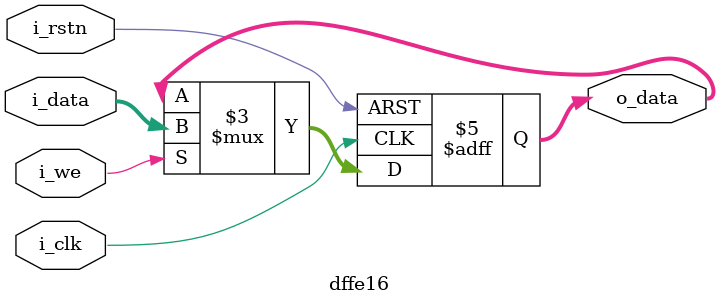
<source format=v>
`timescale 1ns / 1ps


module dffe16(
	i_clk,
	i_rstn,
	i_we,
	i_data,
	o_data
	);
	
	input	i_clk;
	input	i_rstn;
	input	i_we;
	input	[15:0] i_data;
	
	output	reg [15:0] o_data;

	always @(posedge i_clk or negedge i_rstn) begin
		if (~i_rstn) begin
			// reset
			o_data <= 0;
		end else begin
			if(i_we) o_data <= i_data;	
		end
	end
	
endmodule

</source>
